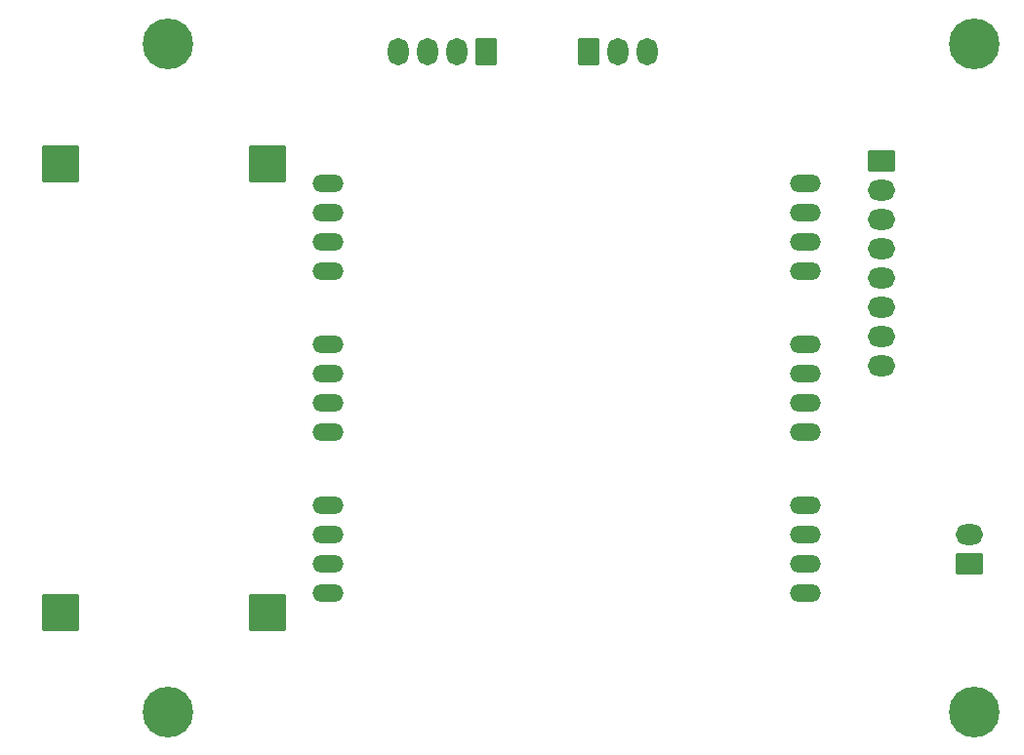
<source format=gbr>
G04 --- HEADER BEGIN --- *
G04 #@! TF.GenerationSoftware,LibrePCB,LibrePCB,1.1.0*
G04 #@! TF.CreationDate,2024-10-30T11:24:38*
G04 #@! TF.ProjectId,encoder diff driver board,5e1d4796-0e95-4f90-a33b-98ba50815d50,v1*
G04 #@! TF.Part,Single*
G04 #@! TF.SameCoordinates*
G04 #@! TF.FileFunction,Soldermask,Bot*
G04 #@! TF.FilePolarity,Negative*
%FSLAX66Y66*%
%MOMM*%
G01*
G75*
G04 --- HEADER END --- *
G04 --- APERTURE LIST BEGIN --- *
%ADD10O,2.7X1.5*%
%ADD11O,2.39X1.787*%
%AMROUNDEDRECT12*20,1,1.787,-1.095,0.0,1.095,0.0,0.0*20,1,1.587,-1.195,0.0,1.195,0.0,0.0*1,1,0.2,-1.095,0.7935*1,1,0.2,1.095,0.7935*1,1,0.2,1.095,-0.7935*1,1,0.2,-1.095,-0.7935*%
%ADD12ROUNDEDRECT12*%
%ADD13O,1.787X2.39*%
%AMROUNDEDRECT14*20,1,1.787,-1.095,0.0,1.095,0.0,90.0*20,1,1.587,-1.195,0.0,1.195,0.0,90.0*1,1,0.2,-0.7935,-1.095*1,1,0.2,-0.7935,1.095*1,1,0.2,0.7935,1.095*1,1,0.2,0.7935,-1.095*%
%ADD14ROUNDEDRECT14*%
%AMROUNDEDRECT15*20,1,3.2,-1.5,0.0,1.5,0.0,0.0*20,1,3.0,-1.6,0.0,1.6,0.0,0.0*1,1,0.2,-1.5,1.5*1,1,0.2,1.5,1.5*1,1,0.2,1.5,-1.5*1,1,0.2,-1.5,-1.5*%
%ADD15ROUNDEDRECT15*%
%ADD16C,4.4*%
G04 --- APERTURE LIST END --- *
G04 --- BOARD BEGIN --- *
D10*
G04 #@! TO.C,MODULE2*
X-14995000Y-3800000D03*
X-14995000Y-1280000D03*
X-14995000Y1280000D03*
X26425000Y-3820000D03*
X26425000Y-6360000D03*
X26425000Y-1260000D03*
X-14995000Y-6360000D03*
X26425000Y1280000D03*
D11*
G04 #@! TO.C,J4*
X33020000Y-635000D03*
X33020000Y6985000D03*
X33020000Y4445000D03*
D12*
X33020000Y17145000D03*
D11*
X33020000Y14605000D03*
X33020000Y1905000D03*
X33020000Y12065000D03*
X33020000Y9525000D03*
D13*
G04 #@! TO.C,J11*
X-3810000Y26670000D03*
X-6350000Y26670000D03*
X-8890000Y26670000D03*
D14*
X-1270000Y26670000D03*
D10*
G04 #@! TO.C,MODULE3*
X-14995000Y-17770000D03*
X-14995000Y-15250000D03*
X-14995000Y-12690000D03*
X26425000Y-17790000D03*
X26425000Y-20330000D03*
X26425000Y-15230000D03*
X-14995000Y-20330000D03*
X26425000Y-12690000D03*
D15*
G04 #@! TO.C,DC1*
X-38210000Y16960000D03*
X-20210000Y16960000D03*
X-38210000Y-22040000D03*
X-20210000Y-22040000D03*
D13*
G04 #@! TO.C,J9*
X12700000Y26670000D03*
D14*
X7620000Y26670000D03*
D13*
X10160000Y26670000D03*
D10*
G04 #@! TO.C,MODULE1*
X-14995000Y10170000D03*
X-14995000Y12690000D03*
X-14995000Y15250000D03*
X26425000Y10150000D03*
X26425000Y7610000D03*
X26425000Y12710000D03*
X-14995000Y7610000D03*
X26425000Y15250000D03*
D11*
G04 #@! TO.C,J2*
X40640000Y-15240000D03*
D12*
X40640000Y-17780000D03*
D16*
G04 #@! TD*
X41105000Y-30625000D03*
X-28895000Y27375000D03*
X41105000Y27375000D03*
X-28895000Y-30625000D03*
G04 --- BOARD END --- *
G04 #@! TF.MD5,611f2ba07b8a1a5ed18ba1c42ad1f330*
M02*

</source>
